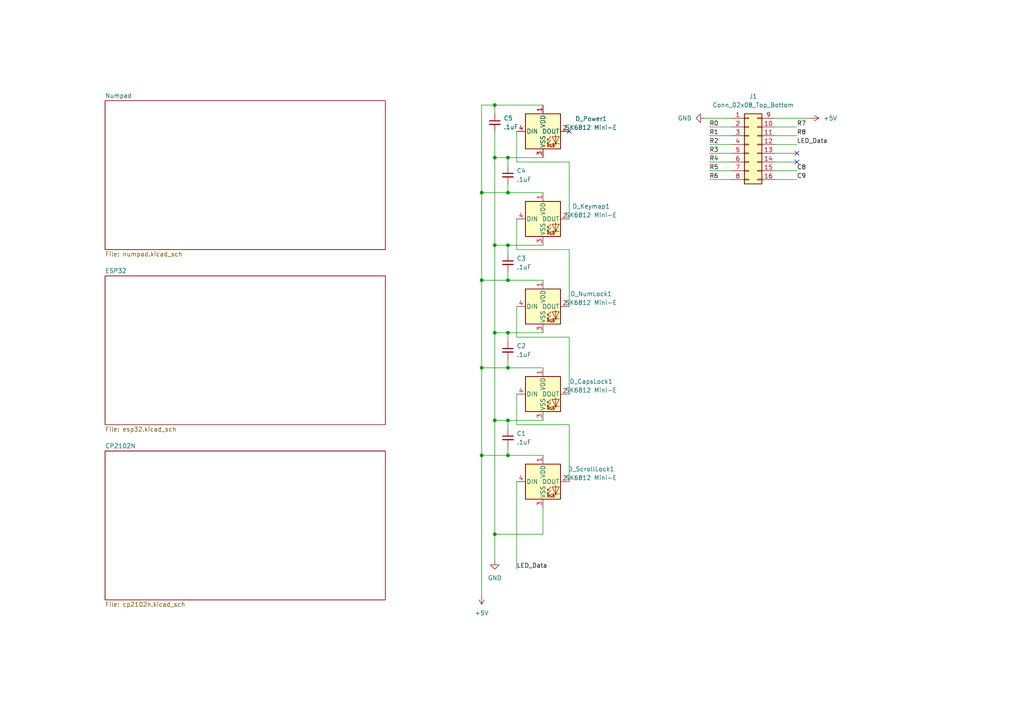
<source format=kicad_sch>
(kicad_sch (version 20230121) (generator eeschema)
  (paper "A4")
  (lib_symbols
    (symbol "Connector_Generic:Conn_02x08_Top_Bottom" (pin_names (offset 1.016) hide)
      (property "Reference" "J1" (at 1.27 13.97 0))
      (property "Value" "Conn_02x08_Top_Bottom" (at 1.27 11.43 0))
      (symbol "Conn_02x08_Top_Bottom_1_1"
        (rectangle (start -1.27 -10.033) (end 0 -10.287) (stroke (width 0.1524)))
        (rectangle (start -1.27 -7.493) (end 0 -7.747) (stroke (width 0.1524)))
        (rectangle (start -1.27 -4.953) (end 0 -5.207) (stroke (width 0.1524)))
        (rectangle (start -1.27 -2.413) (end 0 -2.667) (stroke (width 0.1524)))
        (rectangle (start -1.27 0.127) (end 0 -0.127) (stroke (width 0.1524)))
        (rectangle (start -1.27 2.667) (end 0 2.413) (stroke (width 0.1524)))
        (rectangle (start -1.27 5.207) (end 0 4.953) (stroke (width 0.1524)))
        (rectangle (start -1.27 7.747) (end 0 7.493) (stroke (width 0.1524)))
        (rectangle (start -1.27 8.89) (end 3.81 -11.43) (stroke (width 0.254)) (fill (type background)))
        (rectangle (start 3.81 -10.033) (end 2.54 -10.287) (stroke (width 0.1524)))
        (rectangle (start 3.81 -7.493) (end 2.54 -7.747) (stroke (width 0.1524)))
        (rectangle (start 3.81 -4.953) (end 2.54 -5.207) (stroke (width 0.1524)))
        (rectangle (start 3.81 -2.413) (end 2.54 -2.667) (stroke (width 0.1524)))
        (rectangle (start 3.81 0.127) (end 2.54 -0.127) (stroke (width 0.1524)))
        (rectangle (start 3.81 2.667) (end 2.54 2.413) (stroke (width 0.1524)))
        (rectangle (start 3.81 5.207) (end 2.54 4.953) (stroke (width 0.1524)))
        (rectangle (start 3.81 7.747) (end 2.54 7.493) (stroke (width 0.1524)))
        (pin power_out line (at -5.08 7.62 0) (length 3.81) (name "Pin_1") (number "1"))
        (pin passive line (at 7.62 5.08 180) (length 3.81) (name "Pin_10") (number "10"))
        (pin passive line (at 7.62 2.54 180) (length 3.81) (name "Pin_11") (number "11"))
        (pin passive line (at 7.62 0 180) (length 3.81) (name "Pin_12") (number "12"))
        (pin passive line (at 7.62 -2.54 180) (length 3.81) (name "Pin_13") (number "13"))
        (pin passive line (at 7.62 -5.08 180) (length 3.81) (name "Pin_14") (number "14"))
        (pin passive line (at 7.62 -7.62 180) (length 3.81) (name "Pin_15") (number "15"))
        (pin passive line (at 7.62 -10.16 180) (length 3.81) (name "Pin_16") (number "16"))
        (pin passive line (at -5.08 5.08 0) (length 3.81) (name "Pin_2") (number "2"))
        (pin passive line (at -5.08 2.54 0) (length 3.81) (name "Pin_3") (number "3"))
        (pin passive line (at -5.08 0 0) (length 3.81) (name "Pin_4") (number "4"))
        (pin passive line (at -5.08 -2.54 0) (length 3.81) (name "Pin_5") (number "5"))
        (pin passive line (at -5.08 -5.08 0) (length 3.81) (name "Pin_6") (number "6"))
        (pin passive line (at -5.08 -7.62 0) (length 3.81) (name "Pin_7") (number "7"))
        (pin passive line (at -5.08 -10.16 0) (length 3.81) (name "Pin_8") (number "8"))
        (pin power_out line (at 7.62 7.62 180) (length 3.81) (name "Pin_9") (number "9"))
      )
    )
    (symbol "Device:C_Small" (pin_numbers hide) (pin_names (offset 0.254) hide)
      (property "Reference" "C" (at 0.254 1.778 0))
      (property "Value" "C_Small" (at 0.254 -2.032 0))
      (symbol "C_Small_0_1"
        (polyline (pts (xy -1.524 -0.508) (xy 1.524 -0.508)) (stroke (width 0.3302)))
        (polyline (pts (xy -1.524 0.508) (xy 1.524 0.508)) (stroke (width 0.3048)))
      )
      (symbol "C_Small_1_1"
        (pin passive line (at 0 2.54 270) (length 2.032) (name "~") (number "1"))
        (pin passive line (at 0 -2.54 90) (length 2.032) (name "~") (number "2"))
      )
    )
    (symbol "mantyl:SK6812 Mini-E" (pin_names (offset 0.254))
      (property "Reference" "D" (at 5.08 5.715 0))
      (property "Value" "SK6812 Mini-E" (at 1.27 -5.715 0))
      (symbol "SK6812 Mini-E_0_0"
        (text "RGB" (at 2.286 -4.191 0) (effects (font (size 0.762 0.762))))
      )
      (symbol "SK6812 Mini-E_0_1"
        (polyline (pts (xy 1.27 -3.556) (xy 1.778 -3.556)))
        (polyline (pts (xy 1.27 -2.54) (xy 1.778 -2.54)))
        (polyline (pts (xy 4.699 -3.556) (xy 2.667 -3.556)))
        (polyline (pts (xy 2.286 -2.54) (xy 1.27 -3.556) (xy 1.27 -3.048)))
        (polyline (pts (xy 2.286 -1.524) (xy 1.27 -2.54) (xy 1.27 -2.032)))
        (polyline (pts (xy 3.683 -1.016) (xy 3.683 -3.556) (xy 3.683 -4.064)))
        (polyline (pts (xy 4.699 -1.524) (xy 2.667 -1.524) (xy 3.683 -3.556) (xy 4.699 -1.524)))
        (rectangle (start 5.08 5.08) (end -5.08 -5.08) (stroke (width 0.254)) (fill (type background)))
      )
      (symbol "SK6812 Mini-E_1_1"
        (pin power_in line (at 0 7.62 270) (length 2.54) (name "VDD") (number "1"))
        (pin output line (at 7.62 0 180) (length 2.54) (name "DOUT") (number "2"))
        (pin power_in line (at 0 -7.62 90) (length 2.54) (name "VSS") (number "3"))
        (pin input line (at -7.62 0 0) (length 2.54) (name "DIN") (number "4"))
      )
    )
    (symbol "power:+5V" (power) (pin_names (offset 0))
      (property "Value" "+5V" (at 0 3.556 0))
      (symbol "+5V_0_1"
        (polyline (pts (xy -0.762 1.27) (xy 0 2.54)))
        (polyline (pts (xy 0 0) (xy 0 2.54)))
        (polyline (pts (xy 0 2.54) (xy 0.762 1.27)))
      )
      (symbol "+5V_1_1"
        (pin power_in line (at 0 0 90) (length 0) hide (name "+5V") (number "1"))
      )
    )
    (symbol "power:GND" (power) (pin_names (offset 0))
      (property "Value" "GND" (at 0 -3.81 0))
      (symbol "GND_0_1"
        (polyline (pts (xy 0 0) (xy 0 -1.27) (xy 1.27 -1.27) (xy 0 -2.54) (xy -1.27 -1.27) (xy 0 -1.27)))
      )
      (symbol "GND_1_1"
        (pin power_in line (at 0 0 270) (length 0) hide (name "GND") (number "1"))
      )
    )
  )
  (junction (at 139.7 106.68))
  (junction (at 143.51 45.72))
  (junction (at 147.32 96.52))
  (junction (at 139.7 81.28))
  (junction (at 139.7 132.08))
  (junction (at 147.32 45.72))
  (junction (at 147.32 55.88))
  (junction (at 143.51 96.52))
  (junction (at 147.32 71.12))
  (junction (at 147.32 106.68))
  (junction (at 143.51 71.12))
  (junction (at 147.32 81.28))
  (junction (at 147.32 132.08))
  (junction (at 143.51 154.94))
  (junction (at 139.7 55.88))
  (junction (at 143.51 121.92))
  (junction (at 147.32 121.92))
  (junction (at 143.51 30.48))
  (no_connect (at 231.14 44.45))
  (no_connect (at 231.14 46.99))
  (no_connect (at 165.1 38.1))
  (wire (pts (xy 205.74 46.99) (xy 212.09 46.99)))
  (wire (pts (xy 205.74 52.07) (xy 212.09 52.07)))
  (wire (pts (xy 224.79 41.91) (xy 231.14 41.91)))
  (wire (pts (xy 147.32 78.74) (xy 147.32 81.28)))
  (wire (pts (xy 139.7 106.68) (xy 147.32 106.68)))
  (wire (pts (xy 165.1 46.99) (xy 149.86 46.99)))
  (wire (pts (xy 139.7 30.48) (xy 143.51 30.48)))
  (wire (pts (xy 165.1 97.79) (xy 149.86 97.79)))
  (wire (pts (xy 147.32 104.14) (xy 147.32 106.68)))
  (wire (pts (xy 139.7 55.88) (xy 147.32 55.88)))
  (wire (pts (xy 165.1 123.19) (xy 149.86 123.19)))
  (wire (pts (xy 147.32 45.72) (xy 143.51 45.72)))
  (wire (pts (xy 205.74 49.53) (xy 212.09 49.53)))
  (wire (pts (xy 147.32 45.72) (xy 147.32 48.26)))
  (wire (pts (xy 147.32 55.88) (xy 157.48 55.88)))
  (wire (pts (xy 149.86 139.7) (xy 149.86 165.1)))
  (wire (pts (xy 143.51 96.52) (xy 143.51 121.92)))
  (wire (pts (xy 143.51 45.72) (xy 143.51 71.12)))
  (wire (pts (xy 224.79 34.29) (xy 234.95 34.29)))
  (wire (pts (xy 165.1 114.3) (xy 165.1 97.79)))
  (wire (pts (xy 143.51 121.92) (xy 147.32 121.92)))
  (wire (pts (xy 147.32 96.52) (xy 147.32 99.06)))
  (wire (pts (xy 224.79 39.37) (xy 231.14 39.37)))
  (wire (pts (xy 165.1 63.5) (xy 165.1 46.99)))
  (wire (pts (xy 139.7 81.28) (xy 147.32 81.28)))
  (wire (pts (xy 147.32 96.52) (xy 143.51 96.52)))
  (wire (pts (xy 143.51 30.48) (xy 157.48 30.48)))
  (wire (pts (xy 139.7 106.68) (xy 139.7 132.08)))
  (wire (pts (xy 204.47 34.29) (xy 212.09 34.29)))
  (wire (pts (xy 205.74 39.37) (xy 212.09 39.37)))
  (wire (pts (xy 149.86 46.99) (xy 149.86 38.1)))
  (wire (pts (xy 147.32 53.34) (xy 147.32 55.88)))
  (wire (pts (xy 147.32 106.68) (xy 157.48 106.68)))
  (wire (pts (xy 147.32 71.12) (xy 143.51 71.12)))
  (wire (pts (xy 224.79 49.53) (xy 231.14 49.53)))
  (wire (pts (xy 147.32 124.46) (xy 147.32 121.92)))
  (wire (pts (xy 149.86 114.3) (xy 149.86 123.19)))
  (wire (pts (xy 143.51 30.48) (xy 143.51 33.02)))
  (wire (pts (xy 139.7 81.28) (xy 139.7 106.68)))
  (wire (pts (xy 165.1 88.9) (xy 165.1 72.39)))
  (wire (pts (xy 157.48 154.94) (xy 143.51 154.94)))
  (wire (pts (xy 205.74 44.45) (xy 212.09 44.45)))
  (wire (pts (xy 139.7 132.08) (xy 147.32 132.08)))
  (wire (pts (xy 157.48 71.12) (xy 147.32 71.12)))
  (wire (pts (xy 157.48 96.52) (xy 147.32 96.52)))
  (wire (pts (xy 224.79 46.99) (xy 231.14 46.99)))
  (wire (pts (xy 147.32 81.28) (xy 157.48 81.28)))
  (wire (pts (xy 139.7 132.08) (xy 139.7 172.72)))
  (wire (pts (xy 205.74 36.83) (xy 212.09 36.83)))
  (wire (pts (xy 149.86 63.5) (xy 149.86 72.39)))
  (wire (pts (xy 143.51 71.12) (xy 143.51 96.52)))
  (wire (pts (xy 147.32 129.54) (xy 147.32 132.08)))
  (wire (pts (xy 147.32 132.08) (xy 157.48 132.08)))
  (wire (pts (xy 139.7 55.88) (xy 139.7 81.28)))
  (wire (pts (xy 224.79 44.45) (xy 231.14 44.45)))
  (wire (pts (xy 139.7 30.48) (xy 139.7 55.88)))
  (wire (pts (xy 143.51 38.1) (xy 143.51 45.72)))
  (wire (pts (xy 224.79 52.07) (xy 231.14 52.07)))
  (wire (pts (xy 205.74 41.91) (xy 212.09 41.91)))
  (wire (pts (xy 147.32 71.12) (xy 147.32 73.66)))
  (wire (pts (xy 165.1 72.39) (xy 149.86 72.39)))
  (wire (pts (xy 143.51 154.94) (xy 143.51 162.56)))
  (wire (pts (xy 143.51 121.92) (xy 143.51 154.94)))
  (wire (pts (xy 165.1 139.7) (xy 165.1 123.19)))
  (wire (pts (xy 224.79 36.83) (xy 231.14 36.83)))
  (wire (pts (xy 157.48 147.32) (xy 157.48 154.94)))
  (wire (pts (xy 147.32 121.92) (xy 157.48 121.92)))
  (wire (pts (xy 157.48 45.72) (xy 147.32 45.72)))
  (wire (pts (xy 149.86 88.9) (xy 149.86 97.79)))
  (label "C8" (at 231.14 49.53 0))
  (label "R3" (at 205.74 44.45 0))
  (label "R8" (at 231.14 39.37 0))
  (label "C9" (at 231.14 52.07 0))
  (label "R1" (at 205.74 39.37 0))
  (label "R0" (at 205.74 36.83 0))
  (label "LED_Data" (at 149.86 165.1 0))
  (label "R2" (at 205.74 41.91 0))
  (label "R5" (at 205.74 49.53 0))
  (label "R4" (at 205.74 46.99 0))
  (label "R6" (at 205.74 52.07 0))
  (label "R7" (at 231.14 36.83 0))
  (label "LED_Data" (at 231.14 41.91 0))
  (symbol (lib_id "power:GND") (at 204.47 34.29 270) (unit 1)
    (property "Reference" "#PWR01" (effects hide))
    (property "Value" "GND" (at 200.66 34.29 90) (effects (justify right)))
  )
  (symbol (lib_id "mantyl:SK6812 Mini-E") (at 157.48 139.7 0) (unit 1)
    (property "Reference" "D_ScrollLock1" (at 171.45 136.0521 0))
    (property "Value" "SK6812 Mini-E" (at 171.45 138.5921 0))
    (property "Footprint" "mantyl:SK6812-MINI-E" (effects hide))
    (property "Datasheet" "https://cdn-shop.adafruit.com/product-files/4960/4960_SK6812MINI-E_REV02_EN.pdf" (effects hide))
    (property "JLCPCB Part" "C5149201" (effects hide))
  )
  (symbol (lib_id "Device:C_Small") (at 147.32 76.2 0) (unit 1)
    (property "Reference" "C3" (at 149.86 74.9363 0) (effects (justify left)))
    (property "Value" ".1uF" (at 149.86 77.4763 0) (effects (justify left)))
  )
  (symbol (lib_id "mantyl:SK6812 Mini-E") (at 157.48 38.1 0) (unit 1)
    (property "Reference" "D_Power1" (at 171.45 34.4521 0))
    (property "Value" "SK6812 Mini-E" (at 171.45 36.9921 0))
    (property "Footprint" "mantyl:SK6812-MINI-E" (effects hide))
    (property "Datasheet" "https://cdn-shop.adafruit.com/product-files/4960/4960_SK6812MINI-E_REV02_EN.pdf" (effects hide))
    (property "JLCPCB Part" "C5149201" (effects hide))
  )
  (symbol (lib_id "Device:C_Small") (at 147.32 127 0) (unit 1)
    (property "Reference" "C1" (at 149.86 125.7363 0) (effects (justify left)))
    (property "Value" ".1uF" (at 149.86 128.2763 0) (effects (justify left)))
  )
  (symbol (lib_id "power:+5V") (at 139.7 172.72 180) (unit 1)
    (property "Reference" "#PWR04" (effects hide))
    (property "Value" "+5V" (at 139.7 177.8 0))
  )
  (symbol (lib_id "Connector_Generic:Conn_02x08_Top_Bottom") (at 217.17 41.91 0) (unit 1)
    (property "Reference" "J1" (at 218.44 27.94 0))
    (property "Value" "Conn_02x08_Top_Bottom" (at 218.44 30.48 0))
    (property "Footprint" "Connector_IDC:IDC-Header_2x08_P2.54mm_Horizontal" (effects hide))
  )
  (symbol (lib_id "Device:C_Small") (at 143.51 35.56 0) (unit 1)
    (property "Reference" "C5" (at 146.05 34.2963 0) (effects (justify left)))
    (property "Value" ".1uF" (at 146.05 36.8363 0) (effects (justify left)))
  )
  (symbol (lib_id "Device:C_Small") (at 147.32 50.8 0) (unit 1)
    (property "Reference" "C4" (at 149.86 49.5363 0) (effects (justify left)))
    (property "Value" ".1uF" (at 149.86 52.0763 0) (effects (justify left)))
  )
  (symbol (lib_id "power:+5V") (at 234.95 34.29 270) (unit 1)
    (property "Reference" "#PWR03" (effects hide))
    (property "Value" "+5V" (at 238.76 34.29 90) (effects (justify left)))
  )
  (symbol (lib_id "mantyl:SK6812 Mini-E") (at 157.48 114.3 0) (unit 1)
    (property "Reference" "D_CapsLock1" (at 171.45 110.6521 0))
    (property "Value" "SK6812 Mini-E" (at 171.45 113.1921 0))
    (property "Footprint" "mantyl:SK6812-MINI-E" (effects hide))
    (property "Datasheet" "https://cdn-shop.adafruit.com/product-files/4960/4960_SK6812MINI-E_REV02_EN.pdf" (effects hide))
    (property "JLCPCB Part" "C5149201" (effects hide))
  )
  (symbol (lib_id "mantyl:SK6812 Mini-E") (at 157.48 88.9 0) (unit 1)
    (property "Reference" "D_NumLock1" (at 171.45 85.2521 0))
    (property "Value" "SK6812 Mini-E" (at 171.45 87.7921 0))
    (property "Footprint" "mantyl:SK6812-MINI-E" (effects hide))
    (property "Datasheet" "https://cdn-shop.adafruit.com/product-files/4960/4960_SK6812MINI-E_REV02_EN.pdf" (effects hide))
    (property "JLCPCB Part" "C5149201" (effects hide))
  )
  (symbol (lib_id "mantyl:SK6812 Mini-E") (at 157.48 63.5 0) (unit 1)
    (property "Reference" "D_Keymap1" (at 171.45 59.8521 0))
    (property "Value" "SK6812 Mini-E" (at 171.45 62.3921 0))
    (property "Footprint" "mantyl:SK6812-MINI-E" (effects hide))
    (property "Datasheet" "https://cdn-shop.adafruit.com/product-files/4960/4960_SK6812MINI-E_REV02_EN.pdf" (effects hide))
    (property "JLCPCB Part" "C5149201" (effects hide))
  )
  (symbol (lib_id "Device:C_Small") (at 147.32 101.6 0) (unit 1)
    (property "Reference" "C2" (at 149.86 100.3363 0) (effects (justify left)))
    (property "Value" ".1uF" (at 149.86 102.8763 0) (effects (justify left)))
  )
  (symbol (lib_id "power:GND") (at 143.51 162.56 0) (unit 1)
    (property "Reference" "#PWR02" (effects hide))
    (property "Value" "GND" (at 143.51 167.64 0))
  )
  (sheet (at 30.48 80.01) (size 81.28 43.18) (stroke (width 0.1524))
    (property "Sheetname" "ESP32" (at 30.48 79.2984 0) (effects (justify left bottom)))
    (property "Sheetfile" "esp32.kicad_sch" (at 30.48 123.7746 0) (effects (justify left top)))
  )
  (sheet (at 30.48 29.21) (size 81.28 43.18) (stroke (width 0.1524))
    (property "Sheetname" "Numpad" (at 30.48 28.4984 0) (effects (justify left bottom)))
    (property "Sheetfile" "numpad.kicad_sch" (at 30.48 72.9746 0) (effects (justify left top)))
  )
  (sheet (at 30.48 130.81) (size 81.28 43.18) (stroke (width 0.1524))
    (property "Sheetname" "CP2102N" (at 30.48 130.0984 0) (effects (justify left bottom)))
    (property "Sheetfile" "cp2102n.kicad_sch" (at 30.48 174.5746 0) (effects (justify left top)))
  )
)
</source>
